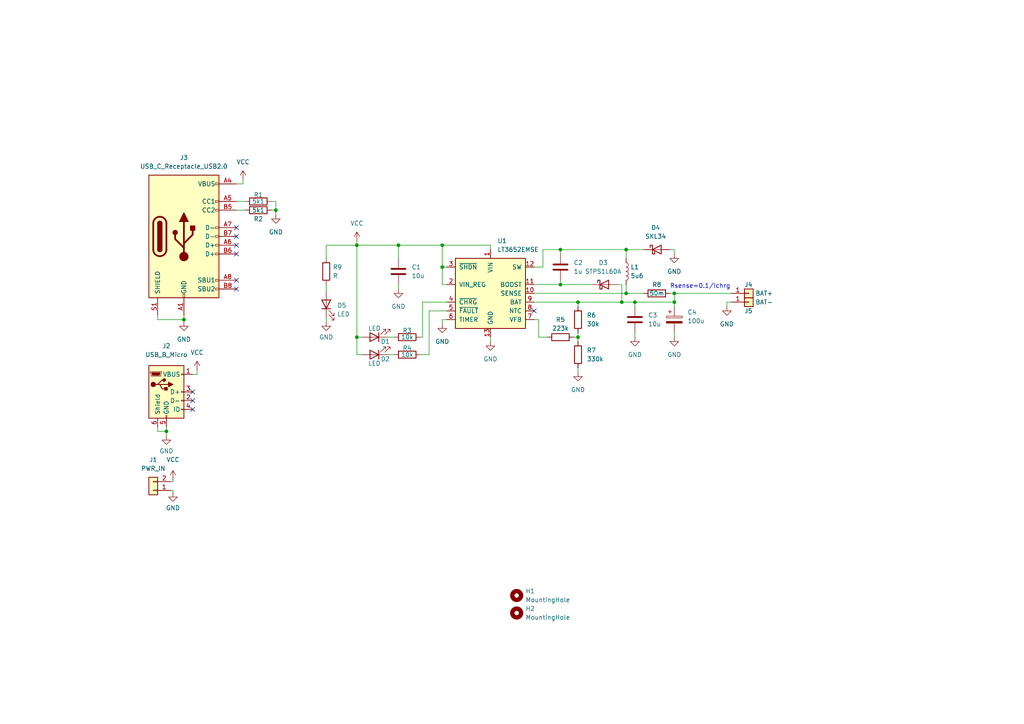
<source format=kicad_sch>
(kicad_sch (version 20211123) (generator eeschema)
  (paper "A4")
  (lib_symbols
    (symbol "Battery_Management:LT3652EMSE" (pin_names (offset 1.016))
      (property "Reference" "U" (at -8.382 11.43 0))
      (property "Value" "LT3652EMSE" (at 1.778 11.684 0))
      (symbol "LT3652EMSE_0_1"
        (rectangle (start -10.16 10.16) (end 10.16 -10.16) (stroke (width 0.254)) (fill (type background)))
      )
      (symbol "LT3652EMSE_1_1"
        (pin power_in line (at 0 12.7 270) (length 2.54) (name "VIN") (number "1"))
        (pin input line (at 12.7 0 180) (length 2.54) (name "SENSE") (number "10"))
        (pin input line (at 12.7 2.54 180) (length 2.54) (name "BOOST") (number "11"))
        (pin output line (at 12.7 7.62 180) (length 2.54) (name "SW") (number "12"))
        (pin power_in line (at 0 -12.7 90) (length 2.54) (name "GND") (number "13"))
        (pin input line (at -12.7 2.54 0) (length 2.54) (name "VIN_REG") (number "2"))
        (pin input line (at -12.7 7.62 0) (length 2.54) (name "~{SHDN}") (number "3"))
        (pin open_collector line (at -12.7 -2.54 0) (length 2.54) (name "~{CHRG}") (number "4"))
        (pin open_collector line (at -12.7 -5.08 0) (length 2.54) (name "~{FAULT}") (number "5"))
        (pin output line (at -12.7 -7.62 0) (length 2.54) (name "TIMER") (number "6"))
        (pin input line (at 12.7 -7.62 180) (length 2.54) (name "VFB") (number "7"))
        (pin input line (at 12.7 -5.08 180) (length 2.54) (name "NTC") (number "8"))
        (pin output line (at 12.7 -2.54 180) (length 2.54) (name "BAT") (number "9"))
      )
    )
    (symbol "Connector:USB_B_Micro" (pin_names (offset 1.016))
      (property "Reference" "J" (at -5.08 11.43 0))
      (property "Value" "USB_B_Micro" (at -5.08 8.89 0))
      (symbol "USB_B_Micro_0_1"
        (rectangle (start -5.08 -7.62) (end 5.08 7.62) (stroke (width 0.254)) (fill (type background)))
        (circle (center -3.81 2.159) (radius 0.635) (stroke (width 0.254)) (fill (type outline)))
        (circle (center -0.635 3.429) (radius 0.381) (stroke (width 0.254)) (fill (type outline)))
        (rectangle (start -0.127 -7.62) (end 0.127 -6.858))
        (polyline (pts (xy -1.905 2.159) (xy 0.635 2.159)) (stroke (width 0.254)))
        (polyline (pts (xy -3.175 2.159) (xy -2.54 2.159) (xy -1.27 3.429) (xy -0.635 3.429)) (stroke (width 0.254)))
        (polyline (pts (xy -2.54 2.159) (xy -1.905 2.159) (xy -1.27 0.889) (xy 0 0.889)) (stroke (width 0.254)))
        (polyline (pts (xy 0.635 2.794) (xy 0.635 1.524) (xy 1.905 2.159) (xy 0.635 2.794)) (stroke (width 0.254)) (fill (type outline)))
        (polyline (pts (xy -4.318 5.588) (xy -1.778 5.588) (xy -2.032 4.826) (xy -4.064 4.826) (xy -4.318 5.588)) (fill (type outline)))
        (polyline (pts (xy -4.699 5.842) (xy -4.699 5.588) (xy -4.445 4.826) (xy -4.445 4.572) (xy -1.651 4.572) (xy -1.651 4.826) (xy -1.397 5.588) (xy -1.397 5.842) (xy -4.699 5.842)))
        (rectangle (start 0.254 1.27) (end -0.508 0.508) (stroke (width 0.254)) (fill (type outline)))
        (rectangle (start 5.08 -5.207) (end 4.318 -4.953))
        (rectangle (start 5.08 -2.667) (end 4.318 -2.413))
        (rectangle (start 5.08 -0.127) (end 4.318 0.127))
        (rectangle (start 5.08 4.953) (end 4.318 5.207))
      )
      (symbol "USB_B_Micro_1_1"
        (pin power_out line (at 7.62 5.08 180) (length 2.54) (name "VBUS") (number "1"))
        (pin bidirectional line (at 7.62 -2.54 180) (length 2.54) (name "D-") (number "2"))
        (pin bidirectional line (at 7.62 0 180) (length 2.54) (name "D+") (number "3"))
        (pin passive line (at 7.62 -5.08 180) (length 2.54) (name "ID") (number "4"))
        (pin power_out line (at 0 -10.16 90) (length 2.54) (name "GND") (number "5"))
        (pin passive line (at -2.54 -10.16 90) (length 2.54) (name "Shield") (number "6"))
      )
    )
    (symbol "Connector:USB_C_Receptacle_USB2.0" (pin_names (offset 1.016))
      (property "Reference" "J" (at -10.16 19.05 0))
      (property "Value" "USB_C_Receptacle_USB2.0" (at 19.05 19.05 0))
      (symbol "USB_C_Receptacle_USB2.0_0_0"
        (rectangle (start -0.254 -17.78) (end 0.254 -16.764))
        (rectangle (start 10.16 -14.986) (end 9.144 -15.494))
        (rectangle (start 10.16 -12.446) (end 9.144 -12.954))
        (rectangle (start 10.16 -4.826) (end 9.144 -5.334))
        (rectangle (start 10.16 -2.286) (end 9.144 -2.794))
        (rectangle (start 10.16 0.254) (end 9.144 -0.254))
        (rectangle (start 10.16 2.794) (end 9.144 2.286))
        (rectangle (start 10.16 7.874) (end 9.144 7.366))
        (rectangle (start 10.16 10.414) (end 9.144 9.906))
        (rectangle (start 10.16 15.494) (end 9.144 14.986))
      )
      (symbol "USB_C_Receptacle_USB2.0_0_1"
        (rectangle (start -10.16 17.78) (end 10.16 -17.78) (stroke (width 0.254)) (fill (type background)))
        (arc (start -8.89 -3.81) (mid -6.985 -5.715) (end -5.08 -3.81) (stroke (width 0.508)))
        (arc (start -7.62 -3.81) (mid -6.985 -4.445) (end -6.35 -3.81) (stroke (width 0.254)))
        (arc (start -7.62 -3.81) (mid -6.985 -4.445) (end -6.35 -3.81) (stroke (width 0.254)) (fill (type outline)))
        (rectangle (start -7.62 -3.81) (end -6.35 3.81) (stroke (width 0.254)) (fill (type outline)))
        (arc (start -6.35 3.81) (mid -6.985 4.445) (end -7.62 3.81) (stroke (width 0.254)))
        (arc (start -6.35 3.81) (mid -6.985 4.445) (end -7.62 3.81) (stroke (width 0.254)) (fill (type outline)))
        (arc (start -5.08 3.81) (mid -6.985 5.715) (end -8.89 3.81) (stroke (width 0.508)))
        (circle (center -2.54 1.143) (radius 0.635) (stroke (width 0.254)) (fill (type outline)))
        (circle (center 0 -5.842) (radius 1.27) (fill (type outline)))
        (polyline (pts (xy -8.89 -3.81) (xy -8.89 3.81)) (stroke (width 0.508)))
        (polyline (pts (xy -5.08 3.81) (xy -5.08 -3.81)) (stroke (width 0.508)))
        (polyline (pts (xy 0 -5.842) (xy 0 4.318)) (stroke (width 0.508)))
        (polyline (pts (xy 0 -3.302) (xy -2.54 -0.762) (xy -2.54 0.508)) (stroke (width 0.508)))
        (polyline (pts (xy 0 -2.032) (xy 2.54 0.508) (xy 2.54 1.778)) (stroke (width 0.508)))
        (polyline (pts (xy -1.27 4.318) (xy 0 6.858) (xy 1.27 4.318) (xy -1.27 4.318)) (stroke (width 0.254)) (fill (type outline)))
        (rectangle (start 1.905 1.778) (end 3.175 3.048) (stroke (width 0.254)) (fill (type outline)))
      )
      (symbol "USB_C_Receptacle_USB2.0_1_1"
        (pin passive line (at 0 -22.86 90) (length 5.08) (name "GND") (number "A1"))
        (pin passive line (at 0 -22.86 90) (length 5.08) hide (name "GND") (number "A12"))
        (pin passive line (at 15.24 15.24 180) (length 5.08) (name "VBUS") (number "A4"))
        (pin bidirectional line (at 15.24 10.16 180) (length 5.08) (name "CC1") (number "A5"))
        (pin bidirectional line (at 15.24 -2.54 180) (length 5.08) (name "D+") (number "A6"))
        (pin bidirectional line (at 15.24 2.54 180) (length 5.08) (name "D-") (number "A7"))
        (pin bidirectional line (at 15.24 -12.7 180) (length 5.08) (name "SBU1") (number "A8"))
        (pin passive line (at 15.24 15.24 180) (length 5.08) hide (name "VBUS") (number "A9"))
        (pin passive line (at 0 -22.86 90) (length 5.08) hide (name "GND") (number "B1"))
        (pin passive line (at 0 -22.86 90) (length 5.08) hide (name "GND") (number "B12"))
        (pin passive line (at 15.24 15.24 180) (length 5.08) hide (name "VBUS") (number "B4"))
        (pin bidirectional line (at 15.24 7.62 180) (length 5.08) (name "CC2") (number "B5"))
        (pin bidirectional line (at 15.24 -5.08 180) (length 5.08) (name "D+") (number "B6"))
        (pin bidirectional line (at 15.24 0 180) (length 5.08) (name "D-") (number "B7"))
        (pin bidirectional line (at 15.24 -15.24 180) (length 5.08) (name "SBU2") (number "B8"))
        (pin passive line (at 15.24 15.24 180) (length 5.08) hide (name "VBUS") (number "B9"))
        (pin passive line (at -7.62 -22.86 90) (length 5.08) (name "SHIELD") (number "S1"))
      )
    )
    (symbol "Connector_Generic:Conn_01x01" (pin_names (offset 1.016) hide)
      (property "Reference" "J" (at 0 2.54 0))
      (property "Value" "Conn_01x01" (at 0 -2.54 0))
      (symbol "Conn_01x01_1_1"
        (rectangle (start -1.27 0.127) (end 0 -0.127) (stroke (width 0.1524)))
        (rectangle (start -1.27 1.27) (end 1.27 -1.27) (stroke (width 0.254)) (fill (type background)))
        (pin passive line (at -5.08 0 0) (length 3.81) (name "Pin_1") (number "1"))
      )
    )
    (symbol "Connector_Generic:Conn_01x02" (pin_names (offset 1.016) hide)
      (property "Reference" "J" (at 0 2.54 0))
      (property "Value" "Conn_01x02" (at 0 -5.08 0))
      (symbol "Conn_01x02_1_1"
        (rectangle (start -1.27 -2.413) (end 0 -2.667) (stroke (width 0.1524)))
        (rectangle (start -1.27 0.127) (end 0 -0.127) (stroke (width 0.1524)))
        (rectangle (start -1.27 1.27) (end 1.27 -3.81) (stroke (width 0.254)) (fill (type background)))
        (pin passive line (at -5.08 0 0) (length 3.81) (name "Pin_1") (number "1"))
        (pin passive line (at -5.08 -2.54 0) (length 3.81) (name "Pin_2") (number "2"))
      )
    )
    (symbol "Device:C" (pin_numbers hide) (pin_names (offset 0.254))
      (property "Reference" "C" (at 0.635 2.54 0))
      (property "Value" "C" (at 0.635 -2.54 0))
      (symbol "C_0_1"
        (polyline (pts (xy -2.032 -0.762) (xy 2.032 -0.762)) (stroke (width 0.508)))
        (polyline (pts (xy -2.032 0.762) (xy 2.032 0.762)) (stroke (width 0.508)))
      )
      (symbol "C_1_1"
        (pin passive line (at 0 3.81 270) (length 2.794) (name "~") (number "1"))
        (pin passive line (at 0 -3.81 90) (length 2.794) (name "~") (number "2"))
      )
    )
    (symbol "Device:C_Polarized" (pin_numbers hide) (pin_names (offset 0.254))
      (property "Reference" "C" (at 0.635 2.54 0))
      (property "Value" "C_Polarized" (at 0.635 -2.54 0))
      (symbol "C_Polarized_0_1"
        (rectangle (start -2.286 0.508) (end 2.286 1.016))
        (polyline (pts (xy -1.778 2.286) (xy -0.762 2.286)))
        (polyline (pts (xy -1.27 2.794) (xy -1.27 1.778)))
        (rectangle (start 2.286 -0.508) (end -2.286 -1.016) (fill (type outline)))
      )
      (symbol "C_Polarized_1_1"
        (pin passive line (at 0 3.81 270) (length 2.794) (name "~") (number "1"))
        (pin passive line (at 0 -3.81 90) (length 2.794) (name "~") (number "2"))
      )
    )
    (symbol "Device:D_Schottky" (pin_numbers hide) (pin_names (offset 1.016) hide)
      (property "Reference" "D" (at 0 2.54 0))
      (property "Value" "D_Schottky" (at 0 -2.54 0))
      (symbol "D_Schottky_0_1"
        (polyline (pts (xy 1.27 0) (xy -1.27 0)))
        (polyline (pts (xy 1.27 1.27) (xy 1.27 -1.27) (xy -1.27 0) (xy 1.27 1.27)) (stroke (width 0.254)))
        (polyline (pts (xy -1.905 0.635) (xy -1.905 1.27) (xy -1.27 1.27) (xy -1.27 -1.27) (xy -0.635 -1.27) (xy -0.635 -0.635)) (stroke (width 0.254)))
      )
      (symbol "D_Schottky_1_1"
        (pin passive line (at -3.81 0 0) (length 2.54) (name "K") (number "1"))
        (pin passive line (at 3.81 0 180) (length 2.54) (name "A") (number "2"))
      )
    )
    (symbol "Device:L" (pin_numbers hide) (pin_names (offset 1.016) hide)
      (property "Reference" "L" (at -1.27 0 90))
      (property "Value" "L" (at 1.905 0 90))
      (symbol "L_0_1"
        (arc (start 0 -2.54) (mid 0.635 -1.905) (end 0 -1.27))
        (arc (start 0 -1.27) (mid 0.635 -0.635) (end 0 0))
        (arc (start 0 0) (mid 0.635 0.635) (end 0 1.27))
        (arc (start 0 1.27) (mid 0.635 1.905) (end 0 2.54))
      )
      (symbol "L_1_1"
        (pin passive line (at 0 3.81 270) (length 1.27) (name "1") (number "1"))
        (pin passive line (at 0 -3.81 90) (length 1.27) (name "2") (number "2"))
      )
    )
    (symbol "Device:LED" (pin_numbers hide) (pin_names (offset 1.016) hide)
      (property "Reference" "D" (at 0 2.54 0))
      (property "Value" "LED" (at 0 -2.54 0))
      (symbol "LED_0_1"
        (polyline (pts (xy -1.27 -1.27) (xy -1.27 1.27)) (stroke (width 0.254)))
        (polyline (pts (xy -1.27 0) (xy 1.27 0)))
        (polyline (pts (xy 1.27 -1.27) (xy 1.27 1.27) (xy -1.27 0) (xy 1.27 -1.27)) (stroke (width 0.254)))
        (polyline (pts (xy -3.048 -0.762) (xy -4.572 -2.286) (xy -3.81 -2.286) (xy -4.572 -2.286) (xy -4.572 -1.524)))
        (polyline (pts (xy -1.778 -0.762) (xy -3.302 -2.286) (xy -2.54 -2.286) (xy -3.302 -2.286) (xy -3.302 -1.524)))
      )
      (symbol "LED_1_1"
        (pin passive line (at -3.81 0 0) (length 2.54) (name "K") (number "1"))
        (pin passive line (at 3.81 0 180) (length 2.54) (name "A") (number "2"))
      )
    )
    (symbol "Device:R" (pin_numbers hide) (pin_names (offset 0))
      (property "Reference" "R" (at 2.032 0 90))
      (property "Value" "R" (at 0 0 90))
      (symbol "R_0_1"
        (rectangle (start -1.016 -2.54) (end 1.016 2.54) (stroke (width 0.254)))
      )
      (symbol "R_1_1"
        (pin passive line (at 0 3.81 270) (length 1.27) (name "~") (number "1"))
        (pin passive line (at 0 -3.81 90) (length 1.27) (name "~") (number "2"))
      )
    )
    (symbol "Mechanical:MountingHole" (pin_names (offset 1.016))
      (property "Reference" "H" (at 0 5.08 0))
      (property "Value" "MountingHole" (at 0 3.175 0))
      (symbol "MountingHole_0_1"
        (circle (center 0 0) (radius 1.27) (stroke (width 1.27)))
      )
    )
    (symbol "power:GND" (power) (pin_names (offset 0))
      (property "Value" "GND" (at 0 -3.81 0))
      (symbol "GND_0_1"
        (polyline (pts (xy 0 0) (xy 0 -1.27) (xy 1.27 -1.27) (xy 0 -2.54) (xy -1.27 -1.27) (xy 0 -1.27)))
      )
      (symbol "GND_1_1"
        (pin power_in line (at 0 0 270) (length 0) hide (name "GND") (number "1"))
      )
    )
    (symbol "power:VCC" (power) (pin_names (offset 0))
      (property "Value" "VCC" (at 0 3.81 0))
      (symbol "VCC_0_1"
        (polyline (pts (xy -0.762 1.27) (xy 0 2.54)))
        (polyline (pts (xy 0 0) (xy 0 2.54)))
        (polyline (pts (xy 0 2.54) (xy 0.762 1.27)))
      )
      (symbol "VCC_1_1"
        (pin power_in line (at 0 0 90) (length 0) hide (name "VCC") (number "1"))
      )
    )
  )
  (junction (at 48.26 125.095))
  (junction (at 167.64 97.79))
  (junction (at 181.61 85.09))
  (junction (at 180.34 87.63))
  (junction (at 162.56 72.39))
  (junction (at 195.58 87.63))
  (junction (at 103.505 97.79))
  (junction (at 53.34 92.71))
  (junction (at 184.15 87.63))
  (junction (at 167.64 87.63))
  (junction (at 162.56 82.55))
  (junction (at 181.61 72.39))
  (junction (at 103.505 71.12))
  (junction (at 115.57 71.12))
  (junction (at 128.27 71.12))
  (junction (at 80.01 60.96))
  (junction (at 195.58 85.09))
  (junction (at 128.27 77.47))
  (no_connect (at 55.88 118.745))
  (no_connect (at 55.88 113.665))
  (no_connect (at 55.88 116.205))
  (no_connect (at 68.58 81.28))
  (no_connect (at 68.58 68.58))
  (no_connect (at 68.58 71.12))
  (no_connect (at 68.58 73.66))
  (no_connect (at 68.58 66.04))
  (no_connect (at 68.58 83.82))
  (no_connect (at 154.94 90.17))
  (wire (pts (xy 53.34 92.71) (xy 53.34 91.44)))
  (wire (pts (xy 50.165 139.7) (xy 50.165 139.065)))
  (wire (pts (xy 166.37 97.79) (xy 167.64 97.79)))
  (wire (pts (xy 50.165 142.24) (xy 50.165 142.875)))
  (wire (pts (xy 181.61 72.39) (xy 186.69 72.39)))
  (wire (pts (xy 103.505 71.12) (xy 115.57 71.12)))
  (wire (pts (xy 181.61 85.09) (xy 186.69 85.09)))
  (wire (pts (xy 80.01 60.96) (xy 80.01 62.23)))
  (wire (pts (xy 53.34 92.71) (xy 53.34 93.345)))
  (wire (pts (xy 103.505 102.87) (xy 103.505 97.79)))
  (wire (pts (xy 112.395 97.79) (xy 114.3 97.79)))
  (wire (pts (xy 184.15 87.63) (xy 184.15 88.9)))
  (wire (pts (xy 45.72 123.825) (xy 45.72 125.095)))
  (wire (pts (xy 167.64 87.63) (xy 167.64 88.9)))
  (wire (pts (xy 115.57 71.12) (xy 115.57 74.93)))
  (wire (pts (xy 162.56 72.39) (xy 181.61 72.39)))
  (wire (pts (xy 194.31 85.09) (xy 195.58 85.09)))
  (wire (pts (xy 154.94 77.47) (xy 157.48 77.47)))
  (wire (pts (xy 156.21 97.79) (xy 158.75 97.79)))
  (wire (pts (xy 48.26 125.095) (xy 48.26 126.365)))
  (wire (pts (xy 49.53 142.24) (xy 50.165 142.24)))
  (wire (pts (xy 195.58 85.09) (xy 212.09 85.09)))
  (wire (pts (xy 103.505 97.79) (xy 103.505 71.12)))
  (wire (pts (xy 48.26 125.095) (xy 48.26 123.825)))
  (wire (pts (xy 162.56 72.39) (xy 162.56 73.66)))
  (wire (pts (xy 167.64 106.68) (xy 167.64 107.95)))
  (wire (pts (xy 103.505 97.79) (xy 104.775 97.79)))
  (wire (pts (xy 112.395 102.87) (xy 114.3 102.87)))
  (wire (pts (xy 154.94 85.09) (xy 181.61 85.09)))
  (wire (pts (xy 194.31 72.39) (xy 195.58 72.39)))
  (wire (pts (xy 167.64 97.79) (xy 167.64 99.06)))
  (wire (pts (xy 115.57 82.55) (xy 115.57 83.82)))
  (wire (pts (xy 142.24 97.79) (xy 142.24 99.06)))
  (wire (pts (xy 157.48 77.47) (xy 157.48 72.39)))
  (wire (pts (xy 55.88 108.585) (xy 57.15 108.585)))
  (wire (pts (xy 195.58 72.39) (xy 195.58 73.66)))
  (wire (pts (xy 210.82 88.9) (xy 210.82 87.63)))
  (wire (pts (xy 210.82 87.63) (xy 212.09 87.63)))
  (wire (pts (xy 142.24 71.12) (xy 128.27 71.12)))
  (wire (pts (xy 124.46 102.87) (xy 124.46 90.17)))
  (wire (pts (xy 104.775 102.87) (xy 103.505 102.87)))
  (wire (pts (xy 45.72 125.095) (xy 48.26 125.095)))
  (wire (pts (xy 180.34 82.55) (xy 180.34 87.63)))
  (wire (pts (xy 180.34 87.63) (xy 184.15 87.63)))
  (wire (pts (xy 181.61 72.39) (xy 181.61 74.93)))
  (wire (pts (xy 45.72 91.44) (xy 45.72 92.71)))
  (wire (pts (xy 121.92 102.87) (xy 124.46 102.87)))
  (wire (pts (xy 195.58 87.63) (xy 195.58 88.9)))
  (wire (pts (xy 80.01 58.42) (xy 80.01 60.96)))
  (wire (pts (xy 167.64 87.63) (xy 180.34 87.63)))
  (wire (pts (xy 49.53 139.7) (xy 50.165 139.7)))
  (wire (pts (xy 162.56 82.55) (xy 171.45 82.55)))
  (wire (pts (xy 103.505 69.85) (xy 103.505 71.12)))
  (wire (pts (xy 128.27 77.47) (xy 129.54 77.47)))
  (wire (pts (xy 122.555 87.63) (xy 122.555 97.79)))
  (wire (pts (xy 78.74 60.96) (xy 80.01 60.96)))
  (wire (pts (xy 94.615 82.55) (xy 94.615 84.455)))
  (wire (pts (xy 128.27 93.98) (xy 128.27 92.71)))
  (wire (pts (xy 128.27 92.71) (xy 129.54 92.71)))
  (wire (pts (xy 94.615 71.12) (xy 103.505 71.12)))
  (wire (pts (xy 154.94 87.63) (xy 167.64 87.63)))
  (wire (pts (xy 156.21 92.71) (xy 156.21 97.79)))
  (wire (pts (xy 122.555 87.63) (xy 129.54 87.63)))
  (wire (pts (xy 179.07 82.55) (xy 180.34 82.55)))
  (wire (pts (xy 154.94 92.71) (xy 156.21 92.71)))
  (wire (pts (xy 129.54 82.55) (xy 128.27 82.55)))
  (wire (pts (xy 57.15 108.585) (xy 57.15 107.315)))
  (wire (pts (xy 128.27 71.12) (xy 128.27 77.47)))
  (wire (pts (xy 167.64 96.52) (xy 167.64 97.79)))
  (wire (pts (xy 68.58 60.96) (xy 71.12 60.96)))
  (wire (pts (xy 157.48 72.39) (xy 162.56 72.39)))
  (wire (pts (xy 78.74 58.42) (xy 80.01 58.42)))
  (wire (pts (xy 128.27 71.12) (xy 115.57 71.12)))
  (wire (pts (xy 94.615 74.93) (xy 94.615 71.12)))
  (wire (pts (xy 184.15 96.52) (xy 184.15 97.79)))
  (wire (pts (xy 128.27 82.55) (xy 128.27 77.47)))
  (wire (pts (xy 124.46 90.17) (xy 129.54 90.17)))
  (wire (pts (xy 195.58 85.09) (xy 195.58 87.63)))
  (wire (pts (xy 162.56 81.28) (xy 162.56 82.55)))
  (wire (pts (xy 122.555 97.79) (xy 121.92 97.79)))
  (wire (pts (xy 45.72 92.71) (xy 53.34 92.71)))
  (wire (pts (xy 142.24 72.39) (xy 142.24 71.12)))
  (wire (pts (xy 94.615 92.075) (xy 94.615 93.345)))
  (wire (pts (xy 68.58 58.42) (xy 71.12 58.42)))
  (wire (pts (xy 195.58 96.52) (xy 195.58 97.79)))
  (wire (pts (xy 154.94 82.55) (xy 162.56 82.55)))
  (wire (pts (xy 70.485 53.34) (xy 70.485 52.07)))
  (wire (pts (xy 181.61 82.55) (xy 181.61 85.09)))
  (wire (pts (xy 184.15 87.63) (xy 195.58 87.63)))
  (wire (pts (xy 68.58 53.34) (xy 70.485 53.34)))
  (text "Rsense=0.1/Ichrg" (at 194.31 83.82 0) (effects (font (size 1.27 1.27)) (justify left bottom)))
  (symbol (lib_id "Device:LED") (at 108.585 97.79 180) (unit 1)
    (property "Reference" "D1" (at 111.76 99.06 0))
    (property "Value" "LED" (at 108.585 95.25 0))
    (property "Footprint" "LED_SMD:LED_0805_2012Metric_Pad1.15x1.40mm_HandSolder" (effects hide))
  )
  (symbol (lib_id "Device:D_Schottky") (at 175.26 82.55 0) (unit 1)
    (property "Reference" "D3" (at 174.9425 76.2 0))
    (property "Value" "STPS1L60A" (at 174.9425 78.74 0))
    (property "Footprint" "Diode_SMD:D_SMA_Handsoldering" (effects hide))
    (property "Datasheet" "https://www.tme.eu/Document/81c09fe68f37d31800f848ace9407c25/STPS1L60A-DTE.pdf" (effects hide))
    (property "TME" "STPS1L60A" (effects hide))
  )
  (symbol (lib_id "Connector_Generic:Conn_01x01") (at 217.17 85.09 0) (unit 1)
    (property "Reference" "J4" (at 215.9 82.55 0) (effects (justify left)))
    (property "Value" "BAT+" (at 219.075 85.09 0) (effects (justify left)))
    (property "Footprint" "batteryCharger:2mm_Banana-Plug" (effects hide))
    (property "Datasheet" "https://www.tme.eu/Document/6106074d7efc748efeeb91190e4f4bce/amass1.pdf" (effects hide))
    (property "TME" "GC2010-M" (effects hide))
  )
  (symbol (lib_id "power:GND") (at 50.165 142.875 0) (unit 1)
    (property "Reference" "#PWR03" (effects hide))
    (property "Value" "GND" (at 50.165 147.32 0))
  )
  (symbol (lib_id "Device:C") (at 115.57 78.74 0) (unit 1)
    (property "Reference" "C1" (at 119.38 77.4699 0) (effects (justify left)))
    (property "Value" "10u" (at 119.38 80.0099 0) (effects (justify left)))
    (property "Footprint" "Capacitor_SMD:C_0805_2012Metric_Pad1.18x1.45mm_HandSolder" (effects hide))
  )
  (symbol (lib_id "Device:R") (at 118.11 102.87 90) (unit 1)
    (property "Reference" "R4" (at 118.11 100.965 90))
    (property "Value" "10k" (at 118.11 102.87 90))
    (property "Footprint" "Resistor_SMD:R_0805_2012Metric_Pad1.20x1.40mm_HandSolder" (effects hide))
  )
  (symbol (lib_id "power:GND") (at 195.58 97.79 0) (unit 1)
    (property "Reference" "#PWR015" (effects hide))
    (property "Value" "GND" (at 195.58 102.87 0))
  )
  (symbol (lib_id "Mechanical:MountingHole") (at 149.86 177.8 0) (unit 1)
    (property "Reference" "H2" (at 152.4 176.5299 0) (effects (justify left)))
    (property "Value" "MountingHole" (at 152.4 179.0699 0) (effects (justify left)))
    (property "Footprint" "MountingHole:MountingHole_3.2mm_M3_Pad_Via" (effects hide))
  )
  (symbol (lib_id "Battery_Management:LT3652EMSE") (at 142.24 85.09 0) (unit 1)
    (property "Reference" "U1" (at 144.2594 69.85 0) (effects (justify left)))
    (property "Value" "LT3652EMSE" (at 144.2594 72.39 0) (effects (justify left)))
    (property "Footprint" "Package_SO:MSOP-12-1EP_3x4mm_P0.65mm_EP1.65x2.85mm" (effects hide))
    (property "Datasheet" "https://www.analog.com/media/en/technical-documentation/data-sheets/3652fe.pdf" (effects hide))
  )
  (symbol (lib_id "power:GND") (at 184.15 97.79 0) (unit 1)
    (property "Reference" "#PWR013" (effects hide))
    (property "Value" "GND" (at 184.15 102.87 0))
  )
  (symbol (lib_id "power:GND") (at 48.26 126.365 0) (unit 1)
    (property "Reference" "#PWR01" (effects hide))
    (property "Value" "GND" (at 48.26 130.81 0))
  )
  (symbol (lib_id "Device:C") (at 184.15 92.71 0) (unit 1)
    (property "Reference" "C3" (at 187.96 91.4399 0) (effects (justify left)))
    (property "Value" "10u" (at 187.96 93.9799 0) (effects (justify left)))
    (property "Footprint" "Capacitor_SMD:C_0805_2012Metric_Pad1.18x1.45mm_HandSolder" (effects hide))
  )
  (symbol (lib_id "power:GND") (at 115.57 83.82 0) (unit 1)
    (property "Reference" "#PWR09" (effects hide))
    (property "Value" "GND" (at 115.57 88.9 0))
  )
  (symbol (lib_id "Device:R") (at 167.64 92.71 0) (unit 1)
    (property "Reference" "R6" (at 170.18 91.4399 0) (effects (justify left)))
    (property "Value" "30k" (at 170.18 93.9799 0) (effects (justify left)))
    (property "Footprint" "Resistor_SMD:R_0805_2012Metric_Pad1.20x1.40mm_HandSolder" (effects hide))
  )
  (symbol (lib_id "power:GND") (at 210.82 88.9 0) (unit 1)
    (property "Reference" "#PWR016" (effects hide))
    (property "Value" "GND" (at 210.82 93.98 0))
  )
  (symbol (lib_id "Device:R") (at 118.11 97.79 90) (unit 1)
    (property "Reference" "R3" (at 118.11 95.885 90))
    (property "Value" "10k" (at 118.11 97.79 90))
    (property "Footprint" "Resistor_SMD:R_0805_2012Metric_Pad1.20x1.40mm_HandSolder" (effects hide))
  )
  (symbol (lib_id "Device:L") (at 181.61 78.74 0) (unit 1)
    (property "Reference" "L1" (at 182.88 77.4699 0) (effects (justify left)))
    (property "Value" "5u6" (at 182.88 80.0099 0) (effects (justify left)))
    (property "Footprint" "Inductor_SMD:L_12x12mm_H8mm" (effects hide))
    (property "Datasheet" "https://www.tme.eu/Document/68e226b9b1c2983a3b0686929d941e18/PCS.pdf" (effects hide))
    (property "TME" "PCS127MT5R6" (effects hide))
  )
  (symbol (lib_id "Device:R") (at 94.615 78.74 0) (unit 1)
    (property "Reference" "R9" (at 96.52 77.4699 0) (effects (justify left)))
    (property "Value" "R" (at 96.52 80.0099 0) (effects (justify left)))
    (property "Footprint" "Resistor_SMD:R_0805_2012Metric_Pad1.20x1.40mm_HandSolder" (effects hide))
  )
  (symbol (lib_id "power:VCC") (at 103.505 69.85 0) (unit 1)
    (property "Reference" "#PWR08" (effects hide))
    (property "Value" "VCC" (at 103.505 64.77 0))
  )
  (symbol (lib_id "power:VCC") (at 57.15 107.315 0) (unit 1)
    (property "Reference" "#PWR05" (effects hide))
    (property "Value" "VCC" (at 57.15 102.235 0))
  )
  (symbol (lib_id "power:VCC") (at 70.485 52.07 0) (unit 1)
    (property "Reference" "#PWR06" (effects hide))
    (property "Value" "VCC" (at 70.485 46.99 0))
  )
  (symbol (lib_id "Connector_Generic:Conn_01x01") (at 217.17 87.63 0) (unit 1)
    (property "Reference" "J5" (at 215.9 90.17 0) (effects (justify left)))
    (property "Value" "BAT-" (at 219.075 87.63 0) (effects (justify left)))
    (property "Footprint" "batteryCharger:2mm_Banana-Plug" (effects hide))
    (property "Datasheet" "https://www.tme.eu/Document/6106074d7efc748efeeb91190e4f4bce/amass1.pdf" (effects hide))
    (property "TME" "GC2010-M" (effects hide))
  )
  (symbol (lib_id "power:GND") (at 94.615 93.345 0) (unit 1)
    (property "Reference" "#PWR017" (effects hide))
    (property "Value" "GND" (at 94.615 97.79 0))
  )
  (symbol (lib_id "power:GND") (at 195.58 73.66 0) (unit 1)
    (property "Reference" "#PWR014" (effects hide))
    (property "Value" "GND" (at 195.58 78.74 0))
  )
  (symbol (lib_id "Device:LED") (at 108.585 102.87 180) (unit 1)
    (property "Reference" "D2" (at 111.76 104.14 0))
    (property "Value" "LED" (at 108.585 105.41 0))
    (property "Footprint" "LED_SMD:LED_0805_2012Metric_Pad1.15x1.40mm_HandSolder" (effects hide))
  )
  (symbol (lib_id "Device:R") (at 190.5 85.09 90) (unit 1)
    (property "Reference" "R8" (at 190.5 82.55 90))
    (property "Value" "50m" (at 190.5 85.09 90))
    (property "Footprint" "Resistor_SMD:R_1206_3216Metric_Pad1.30x1.75mm_HandSolder" (effects hide))
    (property "TME" "CS1206N3-0R1-1% ; CS1206-0R05-1%-HP" (effects hide))
  )
  (symbol (lib_id "Device:R") (at 74.93 60.96 90) (unit 1)
    (property "Reference" "R2" (at 74.93 63.5 90))
    (property "Value" "5k1" (at 74.93 60.96 90))
    (property "Footprint" "Resistor_SMD:R_0805_2012Metric_Pad1.20x1.40mm_HandSolder" (effects hide))
  )
  (symbol (lib_id "power:VCC") (at 50.165 139.065 0) (unit 1)
    (property "Reference" "#PWR02" (effects hide))
    (property "Value" "VCC" (at 50.165 133.35 0))
  )
  (symbol (lib_id "Device:R") (at 74.93 58.42 90) (unit 1)
    (property "Reference" "R1" (at 74.93 56.515 90))
    (property "Value" "5k1" (at 74.93 58.42 90))
    (property "Footprint" "Resistor_SMD:R_0805_2012Metric_Pad1.20x1.40mm_HandSolder" (effects hide))
  )
  (symbol (lib_id "Connector_Generic:Conn_01x02") (at 44.45 142.24 180) (unit 1)
    (property "Reference" "J1" (at 44.45 133.35 0))
    (property "Value" "PWR_IN" (at 44.45 135.89 0))
    (property "Footprint" "Connector_PinHeader_2.54mm:PinHeader_1x02_P2.54mm_Vertical" (effects hide))
  )
  (symbol (lib_id "Connector:USB_C_Receptacle_USB2.0") (at 53.34 68.58 0) (unit 1)
    (property "Reference" "J3" (at 53.34 45.72 0))
    (property "Value" "USB_C_Receptacle_USB2.0" (at 53.34 48.26 0))
    (property "Footprint" "Connector_USB:USB_C_Receptacle_HRO_TYPE-C-31-M-12" (effects hide))
    (property "Datasheet" "https://www.usb.org/sites/default/files/documents/usb_type-c.zip" (effects hide))
  )
  (symbol (lib_id "power:GND") (at 167.64 107.95 0) (unit 1)
    (property "Reference" "#PWR012" (effects hide))
    (property "Value" "GND" (at 167.64 113.03 0))
  )
  (symbol (lib_id "Device:C") (at 162.56 77.47 0) (unit 1)
    (property "Reference" "C2" (at 166.37 76.1999 0) (effects (justify left)))
    (property "Value" "1u" (at 166.37 78.7399 0) (effects (justify left)))
    (property "Footprint" "Capacitor_SMD:C_0805_2012Metric_Pad1.18x1.45mm_HandSolder" (effects hide))
  )
  (symbol (lib_id "power:GND") (at 53.34 93.345 0) (unit 1)
    (property "Reference" "#PWR04" (effects hide))
    (property "Value" "GND" (at 53.34 98.425 0))
  )
  (symbol (lib_id "Device:R") (at 167.64 102.87 0) (unit 1)
    (property "Reference" "R7" (at 170.18 101.5999 0) (effects (justify left)))
    (property "Value" "330k" (at 170.18 104.1399 0) (effects (justify left)))
    (property "Footprint" "Resistor_SMD:R_0805_2012Metric_Pad1.20x1.40mm_HandSolder" (effects hide))
  )
  (symbol (lib_id "power:GND") (at 142.24 99.06 0) (unit 1)
    (property "Reference" "#PWR011" (effects hide))
    (property "Value" "GND" (at 142.24 104.14 0))
  )
  (symbol (lib_id "power:GND") (at 80.01 62.23 0) (unit 1)
    (property "Reference" "#PWR07" (effects hide))
    (property "Value" "GND" (at 80.01 67.31 0))
  )
  (symbol (lib_id "Connector:USB_B_Micro") (at 48.26 113.665 0) (unit 1)
    (property "Reference" "J2" (at 48.26 100.33 0))
    (property "Value" "USB_B_Micro" (at 48.26 102.87 0))
    (property "Footprint" "Connector_USB:USB_Micro-B_Amphenol_10118194_Horizontal" (effects hide))
  )
  (symbol (lib_id "power:GND") (at 128.27 93.98 0) (unit 1)
    (property "Reference" "#PWR010" (effects hide))
    (property "Value" "GND" (at 128.27 99.06 0))
  )
  (symbol (lib_id "Device:C_Polarized") (at 195.58 92.71 0) (unit 1)
    (property "Reference" "C4" (at 199.39 90.5509 0) (effects (justify left)))
    (property "Value" "100u" (at 199.39 93.0909 0) (effects (justify left)))
    (property "Footprint" "Capacitor_THT:CP_Radial_D6.3mm_P2.50mm" (effects hide))
  )
  (symbol (lib_id "Mechanical:MountingHole") (at 149.86 172.72 0) (unit 1)
    (property "Reference" "H1" (at 152.4 171.4499 0) (effects (justify left)))
    (property "Value" "MountingHole" (at 152.4 173.9899 0) (effects (justify left)))
    (property "Footprint" "MountingHole:MountingHole_3.2mm_M3_Pad_Via" (effects hide))
  )
  (symbol (lib_id "Device:R") (at 162.56 97.79 90) (unit 1)
    (property "Reference" "R5" (at 162.56 92.71 90))
    (property "Value" "223k" (at 162.56 95.25 90))
    (property "Footprint" "Resistor_SMD:R_0805_2012Metric_Pad1.20x1.40mm_HandSolder" (effects hide))
  )
  (symbol (lib_id "Device:D_Schottky") (at 190.5 72.39 0) (unit 1)
    (property "Reference" "D4" (at 190.1825 66.04 0))
    (property "Value" "SKL34" (at 190.1825 68.58 0))
    (property "Footprint" "Diode_SMD:D_SOD-123F" (effects hide))
    (property "Datasheet" "https://www.tme.eu/Document/75eecd8657282e20c4273403dc994efc/skl32.pdf" (effects hide))
    (property "TME" "SKL34-DIO" (effects hide))
  )
  (symbol (lib_id "Device:LED") (at 94.615 88.265 90) (unit 1)
    (property "Reference" "D5" (at 97.79 88.5824 90) (effects (justify right)))
    (property "Value" "LED" (at 97.79 91.1224 90) (effects (justify right)))
    (property "Footprint" "LED_SMD:LED_0805_2012Metric_Pad1.15x1.40mm_HandSolder" (effects hide))
  )
)
</source>
